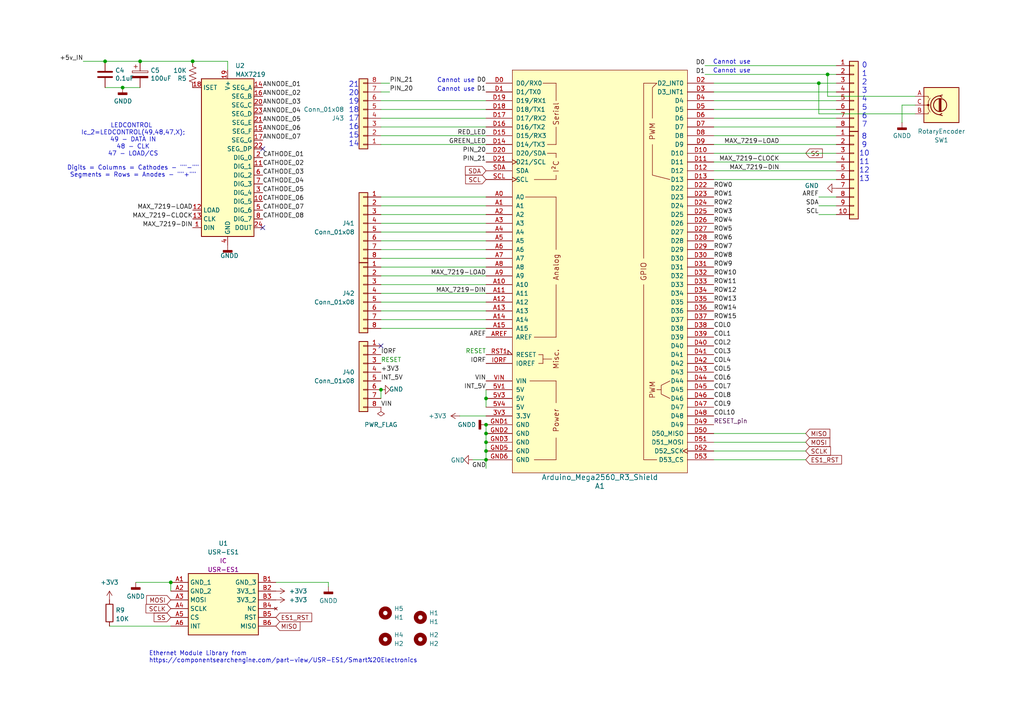
<source format=kicad_sch>
(kicad_sch (version 20250114) (generator "eeschema") (generator_version "9.0")
  (paper "A4")
  (title_block (date "2025-11-06"))
  (lib_symbols
    (symbol "Arduino_NW_Template-rescue:GND-power" (power) (pin_names (offset 0))
      (property "Value" "power_GND" (at 0 -3.81 0))
      (symbol "GND-power_0_1"
        (polyline (pts (xy 0 0) (xy 0 -1.27) (xy 1.27 -1.27) (xy 0 -2.54) (xy -1.27 -1.27) (xy 0 -1.27)))
      )
      (symbol "GND-power_1_1"
        (pin power_in line (at 0 0 270) (length 0) (hide yes) (name "GND") (number "1"))
      )
    )
    (symbol "Connector_Generic:Conn_01x08" (pin_names (offset 1.016) (hide yes))
      (property "Reference" "J" (at 0 10.16 0))
      (property "Value" "Conn_01x08" (at 0 -12.7 0))
      (symbol "Conn_01x08_1_1"
        (rectangle (start -1.27 8.89) (end 1.27 -11.43) (stroke (width 0.254)) (fill (type background)))
        (rectangle (start -1.27 7.747) (end 0 7.493) (stroke (width 0.1524)))
        (rectangle (start -1.27 5.207) (end 0 4.953) (stroke (width 0.1524)))
        (rectangle (start -1.27 2.667) (end 0 2.413) (stroke (width 0.1524)))
        (rectangle (start -1.27 0.127) (end 0 -0.127) (stroke (width 0.1524)))
        (rectangle (start -1.27 -2.413) (end 0 -2.667) (stroke (width 0.1524)))
        (rectangle (start -1.27 -4.953) (end 0 -5.207) (stroke (width 0.1524)))
        (rectangle (start -1.27 -7.493) (end 0 -7.747) (stroke (width 0.1524)))
        (rectangle (start -1.27 -10.033) (end 0 -10.287) (stroke (width 0.1524)))
        (pin passive line (at -5.08 7.62 0) (length 3.81) (name "Pin_1") (number "1"))
        (pin passive line (at -5.08 5.08 0) (length 3.81) (name "Pin_2") (number "2"))
        (pin passive line (at -5.08 2.54 0) (length 3.81) (name "Pin_3") (number "3"))
        (pin passive line (at -5.08 0 0) (length 3.81) (name "Pin_4") (number "4"))
        (pin passive line (at -5.08 -2.54 0) (length 3.81) (name "Pin_5") (number "5"))
        (pin passive line (at -5.08 -5.08 0) (length 3.81) (name "Pin_6") (number "6"))
        (pin passive line (at -5.08 -7.62 0) (length 3.81) (name "Pin_7") (number "7"))
        (pin passive line (at -5.08 -10.16 0) (length 3.81) (name "Pin_8") (number "8"))
      )
    )
    (symbol "Connector_Generic:Conn_01x10" (pin_names (offset 1.016) (hide yes))
      (property "Reference" "J" (at 0 12.7 0))
      (property "Value" "Conn_01x10" (at 0 -15.24 0))
      (symbol "Conn_01x10_1_1"
        (rectangle (start -1.27 11.43) (end 1.27 -13.97) (stroke (width 0.254)) (fill (type background)))
        (rectangle (start -1.27 10.287) (end 0 10.033) (stroke (width 0.1524)))
        (rectangle (start -1.27 7.747) (end 0 7.493) (stroke (width 0.1524)))
        (rectangle (start -1.27 5.207) (end 0 4.953) (stroke (width 0.1524)))
        (rectangle (start -1.27 2.667) (end 0 2.413) (stroke (width 0.1524)))
        (rectangle (start -1.27 0.127) (end 0 -0.127) (stroke (width 0.1524)))
        (rectangle (start -1.27 -2.413) (end 0 -2.667) (stroke (width 0.1524)))
        (rectangle (start -1.27 -4.953) (end 0 -5.207) (stroke (width 0.1524)))
        (rectangle (start -1.27 -7.493) (end 0 -7.747) (stroke (width 0.1524)))
        (rectangle (start -1.27 -10.033) (end 0 -10.287) (stroke (width 0.1524)))
        (rectangle (start -1.27 -12.573) (end 0 -12.827) (stroke (width 0.1524)))
        (pin passive line (at -5.08 10.16 0) (length 3.81) (name "Pin_1") (number "1"))
        (pin passive line (at -5.08 7.62 0) (length 3.81) (name "Pin_2") (number "2"))
        (pin passive line (at -5.08 5.08 0) (length 3.81) (name "Pin_3") (number "3"))
        (pin passive line (at -5.08 2.54 0) (length 3.81) (name "Pin_4") (number "4"))
        (pin passive line (at -5.08 0 0) (length 3.81) (name "Pin_5") (number "5"))
        (pin passive line (at -5.08 -2.54 0) (length 3.81) (name "Pin_6") (number "6"))
        (pin passive line (at -5.08 -5.08 0) (length 3.81) (name "Pin_7") (number "7"))
        (pin passive line (at -5.08 -7.62 0) (length 3.81) (name "Pin_8") (number "8"))
        (pin passive line (at -5.08 -10.16 0) (length 3.81) (name "Pin_9") (number "9"))
        (pin passive line (at -5.08 -12.7 0) (length 3.81) (name "Pin_10") (number "10"))
      )
    )
    (symbol "Device:C" (pin_numbers (hide yes)) (pin_names (offset 0.254))
      (property "Reference" "C" (at 0.635 2.54 0))
      (property "Value" "C" (at 0.635 -2.54 0))
      (symbol "C_0_1"
        (polyline (pts (xy -2.032 0.762) (xy 2.032 0.762)) (stroke (width 0.508)))
        (polyline (pts (xy -2.032 -0.762) (xy 2.032 -0.762)) (stroke (width 0.508)))
      )
      (symbol "C_1_1"
        (pin passive line (at 0 3.81 270) (length 2.794) (name "~") (number "1"))
        (pin passive line (at 0 -3.81 90) (length 2.794) (name "~") (number "2"))
      )
    )
    (symbol "Device:CP" (pin_numbers (hide yes)) (pin_names (offset 0.254))
      (property "Reference" "C" (at 0.635 2.54 0))
      (property "Value" "Device_CP" (at 0.635 -2.54 0))
      (symbol "CP_0_1"
        (rectangle (start -2.286 0.508) (end 2.286 1.016))
        (polyline (pts (xy -1.778 2.286) (xy -0.762 2.286)))
        (polyline (pts (xy -1.27 2.794) (xy -1.27 1.778)))
        (rectangle (start 2.286 -0.508) (end -2.286 -1.016) (fill (type outline)))
      )
      (symbol "CP_1_1"
        (pin passive line (at 0 3.81 270) (length 2.794) (name "~") (number "1"))
        (pin passive line (at 0 -3.81 90) (length 2.794) (name "~") (number "2"))
      )
    )
    (symbol "Device:R" (pin_numbers (hide yes)) (pin_names (offset 0))
      (property "Reference" "R" (at 2.032 0 90))
      (property "Value" "R" (at 0 0 90))
      (symbol "R_0_1"
        (rectangle (start -1.016 -2.54) (end 1.016 2.54) (stroke (width 0.254)))
      )
      (symbol "R_1_1"
        (pin passive line (at 0 3.81 270) (length 1.27) (name "~") (number "1"))
        (pin passive line (at 0 -3.81 90) (length 1.27) (name "~") (number "2"))
      )
    )
    (symbol "Device:R_US" (pin_numbers (hide yes)) (pin_names (offset 0))
      (property "Reference" "R" (at 2.54 0 90))
      (property "Value" "R_US" (at -2.54 0 90))
      (symbol "R_US_0_1"
        (polyline (pts (xy 0 2.286) (xy 0 2.54)))
        (polyline (pts (xy 0 2.286) (xy 1.016 1.905) (xy 0 1.524) (xy -1.016 1.143) (xy 0 0.762)))
        (polyline (pts (xy 0 0.762) (xy 1.016 0.381) (xy 0 0) (xy -1.016 -0.381) (xy 0 -0.762)))
        (polyline (pts (xy 0 -0.762) (xy 1.016 -1.143) (xy 0 -1.524) (xy -1.016 -1.905) (xy 0 -2.286)))
        (polyline (pts (xy 0 -2.286) (xy 0 -2.54)))
      )
      (symbol "R_US_1_1"
        (pin passive line (at 0 3.81 270) (length 1.27) (name "~") (number "1"))
        (pin passive line (at 0 -3.81 90) (length 1.27) (name "~") (number "2"))
      )
    )
    (symbol "Device:RotaryEncoder" (pin_names (offset 0.254) (hide yes))
      (property "Reference" "SW" (at 0 6.604 0))
      (property "Value" "RotaryEncoder" (at 0 -6.604 0))
      (symbol "RotaryEncoder_0_1"
        (rectangle (start -5.08 5.08) (end 5.08 -5.08) (stroke (width 0.254)) (fill (type background)))
        (polyline (pts (xy -5.08 2.54) (xy -3.81 2.54) (xy -3.81 2.032)))
        (polyline (pts (xy -5.08 0) (xy -3.81 0) (xy -3.81 -1.016) (xy -3.302 -2.032)))
        (polyline (pts (xy -5.08 -2.54) (xy -3.81 -2.54) (xy -3.81 -2.032)))
        (polyline (pts (xy -4.318 0) (xy -3.81 0) (xy -3.81 1.016) (xy -3.302 2.032)))
        (circle (center -3.81 0) (radius 0.254) (fill (type outline)))
        (polyline (pts (xy -0.635 -1.778) (xy -0.635 1.778)) (stroke (width 0.254)))
        (circle (center -0.381 0) (radius 1.905) (stroke (width 0.254)))
        (polyline (pts (xy -0.381 -1.778) (xy -0.381 1.778)) (stroke (width 0.254)))
        (arc (start -0.381 -2.794) (mid -3.0988 -0.0635) (end -0.381 2.667) (stroke (width 0.254)))
        (polyline (pts (xy -0.127 1.778) (xy -0.127 -1.778)) (stroke (width 0.254)))
        (polyline (pts (xy 0.254 2.921) (xy -0.508 2.667) (xy 0.127 2.286)) (stroke (width 0.254)))
        (polyline (pts (xy 0.254 -3.048) (xy -0.508 -2.794) (xy 0.127 -2.413)) (stroke (width 0.254)))
      )
      (symbol "RotaryEncoder_1_1"
        (pin passive line (at -7.62 2.54 0) (length 2.54) (name "A") (number "A"))
        (pin passive line (at -7.62 0 0) (length 2.54) (name "C") (number "C"))
        (pin passive line (at -7.62 -2.54 0) (length 2.54) (name "B") (number "B"))
      )
    )
    (symbol "Driver_LED:MAX7219"
      (property "Reference" "U" (at -6.35 24.13 0))
      (property "Value" "MAX7219" (at 1.27 25.4 0))
      (symbol "MAX7219_0_1"
        (rectangle (start -7.62 22.86) (end 7.62 -22.86) (stroke (width 0.254)) (fill (type background)))
      )
      (symbol "MAX7219_1_1"
        (pin input line (at -10.16 20.32 0) (length 2.54) (name "ISET") (number "18"))
        (pin input line (at -10.16 -15.24 0) (length 2.54) (name "LOAD") (number "12"))
        (pin input line (at -10.16 -17.78 0) (length 2.54) (name "CLK") (number "13"))
        (pin input line (at -10.16 -20.32 0) (length 2.54) (name "DIN") (number "1"))
        (pin power_in line (at 0 25.4 270) (length 2.54) (name "V+") (number "19"))
        (pin power_in line (at 0 -25.4 90) (length 2.54) (name "GND") (number "4"))
        (pin passive line (at 0 -25.4 90) (length 2.54) (hide yes) (name "GND") (number "9"))
        (pin output line (at 10.16 20.32 180) (length 2.54) (name "SEG_A") (number "14"))
        (pin output line (at 10.16 17.78 180) (length 2.54) (name "SEG_B") (number "16"))
        (pin output line (at 10.16 15.24 180) (length 2.54) (name "SEG_C") (number "20"))
        (pin output line (at 10.16 12.7 180) (length 2.54) (name "SEG_D") (number "23"))
        (pin output line (at 10.16 10.16 180) (length 2.54) (name "SEG_E") (number "21"))
        (pin output line (at 10.16 7.62 180) (length 2.54) (name "SEG_F") (number "15"))
        (pin output line (at 10.16 5.08 180) (length 2.54) (name "SEG_G") (number "17"))
        (pin output line (at 10.16 2.54 180) (length 2.54) (name "SEG_DP") (number "22"))
        (pin output line (at 10.16 0 180) (length 2.54) (name "DIG_0") (number "2"))
        (pin output line (at 10.16 -2.54 180) (length 2.54) (name "DIG_1") (number "11"))
        (pin output line (at 10.16 -5.08 180) (length 2.54) (name "DIG_2") (number "6"))
        (pin output line (at 10.16 -7.62 180) (length 2.54) (name "DIG_3") (number "7"))
        (pin output line (at 10.16 -10.16 180) (length 2.54) (name "DIG_4") (number "3"))
        (pin output line (at 10.16 -12.7 180) (length 2.54) (name "DIG_5") (number "10"))
        (pin output line (at 10.16 -15.24 180) (length 2.54) (name "DIG_6") (number "5"))
        (pin output line (at 10.16 -17.78 180) (length 2.54) (name "DIG_7") (number "8"))
        (pin output line (at 10.16 -20.32 180) (length 2.54) (name "DOUT") (number "24"))
      )
    )
    (symbol "GNDD_1" (power) (pin_numbers (hide yes)) (pin_names (offset 0) (hide yes))
      (property "Value" "GNDD" (at 0 -3.175 0))
      (symbol "GNDD_1_0_1"
        (rectangle (start -1.27 -1.524) (end 1.27 -2.032) (stroke (width 0.254)) (fill (type outline)))
        (polyline (pts (xy 0 0) (xy 0 -1.524)))
      )
      (symbol "GNDD_1_1_1"
        (pin power_in line (at 0 0 270) (length 0) (name "~") (number "1"))
      )
    )
    (symbol "Mechanical:MountingHole" (pin_names (offset 1.016))
      (property "Reference" "H" (at 0 5.08 0))
      (property "Value" "MountingHole" (at 0 3.175 0))
      (symbol "MountingHole_0_1"
        (circle (center 0 0) (radius 1.27) (stroke (width 1.27)))
      )
    )
    (symbol "USR-ES1:USR-ES1"
      (property "Reference" "U1" (at 15.24 11.3136 0))
      (property "Value" "USR-ES1" (at 15.24 8.7767 0))
      (property "Reference_1" "IC" (at 15.24 6.2398 0))
      (property "Value_1" "USR-ES1" (at 15.24 3.7029 0))
      (symbol "USR-ES1_1_1"
        (rectangle (start 5.08 2.54) (end 25.4 -15.24) (stroke (width 0.254)) (fill (type background)))
        (pin passive line (at 0 0 0) (length 5.08) (name "GND_1") (number "A1"))
        (pin passive line (at 0 -2.54 0) (length 5.08) (name "GND_2") (number "A2"))
        (pin passive line (at 0 -5.08 0) (length 5.08) (name "MOSI") (number "A3"))
        (pin passive line (at 0 -7.62 0) (length 5.08) (name "SCLK") (number "A4"))
        (pin passive line (at 0 -10.16 0) (length 5.08) (name "CS") (number "A5"))
        (pin passive line (at 0 -12.7 0) (length 5.08) (name "INT") (number "A6"))
        (pin passive line (at 30.48 0 180) (length 5.08) (name "GND_3") (number "B1"))
        (pin power_in line (at 30.48 -2.54 180) (length 5.08) (name "3V3_1") (number "B2"))
        (pin power_in line (at 30.48 -5.08 180) (length 5.08) (name "3V3_2") (number "B3"))
        (pin no_connect line (at 30.48 -7.62 180) (length 5.08) (name "NC") (number "B4"))
        (pin passive line (at 30.48 -10.16 180) (length 5.08) (name "RST") (number "B5"))
        (pin passive line (at 30.48 -12.7 180) (length 5.08) (name "MISO") (number "B6"))
      )
    )
    (symbol "arduino-library:Arduino_Mega2560_R3_Shield" (pin_names (offset 1.016))
      (property "Reference" "A1" (at 0 -62.23 0))
      (property "Value" "Arduino_Mega2560_R3_Shield" (at 0 -59.69 0))
      (symbol "Arduino_Mega2560_R3_Shield_0_0"
        (rectangle (start -25.4 -58.42) (end 25.4 58.42) (fill (type background)))
        (polyline (pts (xy -21.59 21.59) (xy -12.7 21.59)))
        (rectangle (start -20.32 -31.75) (end -12.7 -31.75))
        (rectangle (start -19.05 26.67) (end -12.7 26.67))
        (rectangle (start -19.05 -19.05) (end -12.7 -19.05))
        (rectangle (start -19.05 -54.61) (end -12.7 -54.61))
        (rectangle (start -17.78 -24.13) (end -16.51 -24.13))
        (rectangle (start -17.78 -26.67) (end -16.51 -26.67))
        (rectangle (start -16.51 54.61) (end -12.7 54.61))
        (rectangle (start -16.51 -24.13) (end -16.51 -26.67))
        (rectangle (start -16.51 -25.4) (end -13.97 -25.4))
        (rectangle (start -15.24 36.83) (end -12.7 36.83))
        (rectangle (start -15.24 34.29) (end -12.7 34.29))
        (rectangle (start -12.7 49.53) (end -12.7 54.61))
        (rectangle (start -12.7 41.91) (end -12.7 36.83))
        (rectangle (start -12.7 34.29) (end -12.7 33.02))
        (rectangle (start -12.7 26.67) (end -12.7 27.94))
        (polyline (pts (xy -12.7 6.35) (xy -12.7 21.59)))
        (polyline (pts (xy -12.7 -19.05) (xy -12.7 -3.81)))
        (rectangle (start -12.7 -31.75) (end -12.7 -38.1))
        (rectangle (start -12.7 -54.61) (end -12.7 -48.26))
        (polyline (pts (xy 12.7 54.61) (xy 16.51 54.61)))
        (polyline (pts (xy 12.7 -54.61) (xy 16.51 -54.61)))
        (polyline (pts (xy 15.24 44.45) (xy 15.24 53.34) (xy 16.51 54.61)))
        (polyline (pts (xy 15.24 36.83) (xy 15.24 27.94) (xy 20.32 26.67)))
        (polyline (pts (xy 17.78 -34.29) (xy 16.51 -34.29)))
        (polyline (pts (xy 20.32 -31.75) (xy 17.78 -33.02) (xy 17.78 -35.56) (xy 20.32 -36.83)))
        (text "Serial" (at -12.7 45.72 900) (effects (font (size 1.524 1.524))))
        (text "I²C" (at -12.7 30.48 900) (effects (font (size 1.524 1.524))))
        (text "Analog" (at -12.7 1.27 900) (effects (font (size 1.524 1.524))))
        (text "Misc." (at -12.7 -25.4 900) (effects (font (size 1.524 1.524))))
        (text "Power" (at -12.7 -43.18 900) (effects (font (size 1.524 1.524))))
        (text "PWM" (at 15.24 40.64 900) (effects (font (size 1.524 1.524))))
        (text "PWM" (at 15.24 -34.29 900) (effects (font (size 1.524 1.524))))
      )
      (symbol "Arduino_Mega2560_R3_Shield_1_0"
        (rectangle (start 12.7 54.61) (end 12.7 3.81))
        (rectangle (start 12.7 -54.61) (end 12.7 -3.81))
        (text "GPIO" (at 12.7 0 900) (effects (font (size 1.524 1.524))))
      )
      (symbol "Arduino_Mega2560_R3_Shield_1_1"
        (pin bidirectional line (at -33.02 54.61 0) (length 7.62) (name "D0/RX0") (number "D0"))
        (pin bidirectional line (at -33.02 52.07 0) (length 7.62) (name "D1/TX0") (number "D1"))
        (pin bidirectional line (at -33.02 49.53 0) (length 7.62) (name "D19/RX1") (number "D19"))
        (pin bidirectional line (at -33.02 46.99 0) (length 7.62) (name "D18/TX1") (number "D18"))
        (pin bidirectional line (at -33.02 44.45 0) (length 7.62) (name "D17/RX2") (number "D17"))
        (pin bidirectional line (at -33.02 41.91 0) (length 7.62) (name "D16/TX2") (number "D16"))
        (pin bidirectional line (at -33.02 39.37 0) (length 7.62) (name "D15/RX3") (number "D15"))
        (pin bidirectional line (at -33.02 36.83 0) (length 7.62) (name "D14/TX3") (number "D14"))
        (pin bidirectional line (at -33.02 34.29 0) (length 7.62) (name "D20/SDA") (number "D20"))
        (pin bidirectional clock (at -33.02 31.75 0) (length 7.62) (name "D21/SCL") (number "D21"))
        (pin bidirectional line (at -33.02 29.21 0) (length 7.62) (name "SDA") (number "SDA"))
        (pin bidirectional clock (at -33.02 26.67 0) (length 7.62) (name "SCL") (number "SCL"))
        (pin bidirectional line (at -33.02 21.59 0) (length 7.62) (name "A0") (number "A0"))
        (pin bidirectional line (at -33.02 19.05 0) (length 7.62) (name "A1") (number "A1"))
        (pin bidirectional line (at -33.02 16.51 0) (length 7.62) (name "A2") (number "A2"))
        (pin bidirectional line (at -33.02 13.97 0) (length 7.62) (name "A3") (number "A3"))
        (pin bidirectional line (at -33.02 11.43 0) (length 7.62) (name "A4") (number "A4"))
        (pin bidirectional line (at -33.02 8.89 0) (length 7.62) (name "A5") (number "A5"))
        (pin bidirectional line (at -33.02 6.35 0) (length 7.62) (name "A6") (number "A6"))
        (pin bidirectional line (at -33.02 3.81 0) (length 7.62) (name "A7") (number "A7"))
        (pin bidirectional line (at -33.02 1.27 0) (length 7.62) (name "A8") (number "A8"))
        (pin bidirectional line (at -33.02 -1.27 0) (length 7.62) (name "A9") (number "A9"))
        (pin bidirectional line (at -33.02 -3.81 0) (length 7.62) (name "A10") (number "A10"))
        (pin bidirectional line (at -33.02 -6.35 0) (length 7.62) (name "A11") (number "A11"))
        (pin bidirectional line (at -33.02 -8.89 0) (length 7.62) (name "A12") (number "A12"))
        (pin bidirectional line (at -33.02 -11.43 0) (length 7.62) (name "A13") (number "A13"))
        (pin bidirectional line (at -33.02 -13.97 0) (length 7.62) (name "A14") (number "A14"))
        (pin bidirectional line (at -33.02 -16.51 0) (length 7.62) (name "A15") (number "A15"))
        (pin input line (at -33.02 -19.05 0) (length 7.62) (name "AREF") (number "AREF"))
        (pin open_collector input_low (at -33.02 -24.13 0) (length 7.62) (name "RESET") (number "RST1"))
        (pin output line (at -33.02 -26.67 0) (length 7.62) (name "IOREF") (number "IORF"))
        (pin power_in line (at -33.02 -31.75 0) (length 7.62) (name "VIN") (number "VIN"))
        (pin power_in line (at -33.02 -34.29 0) (length 7.62) (name "5V") (number "5V1"))
        (pin power_in line (at -33.02 -36.83 0) (length 7.62) (name "5V") (number "5V3"))
        (pin power_in line (at -33.02 -39.37 0) (length 7.62) (name "5V") (number "5V4"))
        (pin power_out line (at -33.02 -41.91 0) (length 7.62) (name "3.3V") (number "3V3"))
        (pin power_in line (at -33.02 -44.45 0) (length 7.62) (name "GND") (number "GND1"))
        (pin power_in line (at -33.02 -46.99 0) (length 7.62) (name "GND") (number "GND2"))
        (pin power_in line (at -33.02 -49.53 0) (length 7.62) (name "GND") (number "GND3"))
        (pin power_in line (at -33.02 -52.07 0) (length 7.62) (name "GND") (number "GND5"))
        (pin power_in line (at -33.02 -54.61 0) (length 7.62) (name "GND") (number "GND6"))
        (pin bidirectional line (at 33.02 54.61 180) (length 7.62) (name "D2_INT0") (number "D2"))
        (pin bidirectional line (at 33.02 52.07 180) (length 7.62) (name "D3_INT1") (number "D3"))
        (pin bidirectional line (at 33.02 49.53 180) (length 7.62) (name "D4") (number "D4"))
        (pin bidirectional line (at 33.02 46.99 180) (length 7.62) (name "D5") (number "D5"))
        (pin bidirectional line (at 33.02 44.45 180) (length 7.62) (name "D6") (number "D6"))
        (pin bidirectional line (at 33.02 41.91 180) (length 7.62) (name "D7") (number "D7"))
        (pin bidirectional line (at 33.02 39.37 180) (length 7.62) (name "D8") (number "D8"))
        (pin bidirectional line (at 33.02 36.83 180) (length 7.62) (name "D9") (number "D9"))
        (pin bidirectional line (at 33.02 34.29 180) (length 7.62) (name "D10") (number "D10"))
        (pin bidirectional line (at 33.02 31.75 180) (length 7.62) (name "D11") (number "D11"))
        (pin bidirectional line (at 33.02 29.21 180) (length 7.62) (name "D12") (number "D12"))
        (pin bidirectional line (at 33.02 26.67 180) (length 7.62) (name "D13") (number "D13"))
        (pin bidirectional line (at 33.02 24.13 180) (length 7.62) (name "D22") (number "D22"))
        (pin bidirectional line (at 33.02 21.59 180) (length 7.62) (name "D23") (number "D23"))
        (pin bidirectional line (at 33.02 19.05 180) (length 7.62) (name "D24") (number "D24"))
        (pin bidirectional line (at 33.02 16.51 180) (length 7.62) (name "D25") (number "D25"))
        (pin bidirectional line (at 33.02 13.97 180) (length 7.62) (name "D26") (number "D26"))
        (pin bidirectional line (at 33.02 11.43 180) (length 7.62) (name "D27") (number "D27"))
        (pin bidirectional line (at 33.02 8.89 180) (length 7.62) (name "D28") (number "D28"))
        (pin bidirectional line (at 33.02 6.35 180) (length 7.62) (name "D29") (number "D29"))
        (pin bidirectional line (at 33.02 3.81 180) (length 7.62) (name "D30") (number "D30"))
        (pin bidirectional line (at 33.02 1.27 180) (length 7.62) (name "D31") (number "D31"))
        (pin bidirectional line (at 33.02 -1.27 180) (length 7.62) (name "D32") (number "D32"))
        (pin bidirectional line (at 33.02 -3.81 180) (length 7.62) (name "D33") (number "D33"))
        (pin bidirectional line (at 33.02 -6.35 180) (length 7.62) (name "D34") (number "D34"))
        (pin bidirectional line (at 33.02 -8.89 180) (length 7.62) (name "D35") (number "D35"))
        (pin bidirectional line (at 33.02 -11.43 180) (length 7.62) (name "D36") (number "D36"))
        (pin bidirectional line (at 33.02 -13.97 180) (length 7.62) (name "D37") (number "D37"))
        (pin bidirectional line (at 33.02 -16.51 180) (length 7.62) (name "D38") (number "D38"))
        (pin bidirectional line (at 33.02 -19.05 180) (length 7.62) (name "D39") (number "D39"))
        (pin bidirectional line (at 33.02 -21.59 180) (length 7.62) (name "D40") (number "D40"))
        (pin bidirectional line (at 33.02 -24.13 180) (length 7.62) (name "D41") (number "D41"))
        (pin bidirectional line (at 33.02 -26.67 180) (length 7.62) (name "D42") (number "D42"))
        (pin bidirectional line (at 33.02 -29.21 180) (length 7.62) (name "D43") (number "D43"))
        (pin bidirectional line (at 33.02 -31.75 180) (length 7.62) (name "D44") (number "D44"))
        (pin bidirectional line (at 33.02 -34.29 180) (length 7.62) (name "D45") (number "D45"))
        (pin bidirectional line (at 33.02 -36.83 180) (length 7.62) (name "D46") (number "D46"))
        (pin bidirectional line (at 33.02 -39.37 180) (length 7.62) (name "D47") (number "D47"))
        (pin bidirectional line (at 33.02 -41.91 180) (length 7.62) (name "D48") (number "D48"))
        (pin bidirectional line (at 33.02 -44.45 180) (length 7.62) (name "D49") (number "D49"))
        (pin bidirectional line (at 33.02 -46.99 180) (length 7.62) (name "D50_MISO") (number "D50"))
        (pin bidirectional line (at 33.02 -49.53 180) (length 7.62) (name "D51_MOSI") (number "D51"))
        (pin bidirectional clock (at 33.02 -52.07 180) (length 7.62) (name "D52_SCK") (number "D52"))
        (pin bidirectional line (at 33.02 -54.61 180) (length 7.62) (name "D53_CS") (number "D53"))
      )
    )
    (symbol "power:+3V3" (power) (pin_names (offset 0))
      (property "Value" "+3V3" (at 0 3.556 0))
      (symbol "+3V3_0_1"
        (polyline (pts (xy -0.762 1.27) (xy 0 2.54)))
        (polyline (pts (xy 0 2.54) (xy 0.762 1.27)))
        (polyline (pts (xy 0 0) (xy 0 2.54)))
      )
      (symbol "+3V3_1_1"
        (pin power_in line (at 0 0 90) (length 0) (hide yes) (name "+3V3") (number "1"))
      )
    )
    (symbol "power:GNDD" (power) (pin_names (offset 0))
      (property "Value" "GNDD" (at 0 -3.175 0))
      (symbol "GNDD_0_1"
        (rectangle (start -1.27 -1.524) (end 1.27 -2.032) (stroke (width 0.254)) (fill (type outline)))
        (polyline (pts (xy 0 0) (xy 0 -1.524)))
      )
      (symbol "GNDD_1_1"
        (pin power_in line (at 0 0 270) (length 0) (hide yes) (name "GNDD") (number "1"))
      )
    )
    (symbol "power:PWR_FLAG" (power) (pin_numbers (hide yes)) (pin_names (offset 0) (hide yes))
      (property "Value" "PWR_FLAG" (at 0 3.81 0))
      (symbol "PWR_FLAG_0_0"
        (pin power_out line (at 0 0 90) (length 0) (name "~") (number "1"))
      )
      (symbol "PWR_FLAG_0_1"
        (polyline (pts (xy 0 0) (xy 0 1.27) (xy -1.016 1.905) (xy 0 2.54) (xy 1.016 1.905) (xy 0 1.27)))
      )
    )
  )
  (text "Ethernet Module Library from \nhttps://componentsearchengine.com/part-view/USR-ES1/Smart%20Electronics" (at 43.18 192.405 0) (effects (font (size 1.27 1.27)) (justify left bottom)))
  (text "LEDCONTROL \nIc_2=LEDCONTROL(49,48,47,X);\n49 - DATA IN\n48 - CLK\n47 - LOAD/CS\n\nDigits = Columns = Cathodes - \"\"-\"\"\nSegments = Rows = Anodes - \"\"+\"\"" (at 38.608 51.562 0) (effects (font (size 1.27 1.27)) (justify bottom)))
  (text "Cannot use" (at 126.746 24.13 0) (effects (font (size 1.27 1.27)) (justify left bottom)))
  (text "Cannot use" (at 206.756 18.796 0) (effects (font (size 1.27 1.27)) (justify left bottom)))
  (text "0\n1\n2\n3\n4\n5\n6\n7" (at 249.936 37.084 0) (effects (font (size 1.524 1.524)) (justify left bottom)))
  (text "LEDCONTROL \nIc_2=LEDCONTROL(49,48,47,X);\n49 - DATA IN\n48 - CLK\n47 - LOAD/CS\n\nDigits = Columns = Cathodes - \"\"-\"\"\nSegments = Rows = Anodes - \"\"+\"\"" (at -38.1 166.116 0) (effects (font (size 1.27 1.27)) (justify bottom)))
  (text "Cannot use" (at 206.756 21.336 0) (effects (font (size 1.27 1.27)) (justify left bottom)))
  (text "Cannot use" (at 126.746 26.67 0) (effects (font (size 1.27 1.27)) (justify left bottom)))
  (text "21\n20\n19\n18\n17\n16\n15\n14" (at 101.092 42.672 0) (effects (font (size 1.524 1.524)) (justify left bottom)))
  (text "8\n9\n10\n11\n12\n13\n" (at 250.698 52.832 0) (effects (font (size 1.524 1.524)) (justify bottom)))
  (junction (at 237.49 24.13))
  (junction (at 140.97 123.19))
  (junction (at 140.97 128.27))
  (junction (at 55.88 17.78))
  (junction (at 140.97 133.35))
  (junction (at 30.48 17.78))
  (junction (at 140.97 130.81))
  (junction (at 40.64 17.78))
  (junction (at 49.53 168.91))
  (junction (at 110.49 113.03))
  (junction (at 35.56 25.4))
  (junction (at 140.97 125.73))
  (junction (at 140.97 115.57))
  (junction (at 240.03 21.59))
  (no_connect (at 76.2 66.04))
  (no_connect (at 110.49 100.33))
  (no_connect (at 76.2 43.18))
  (wire (pts (xy 207.01 41.91) (xy 242.57 41.91)))
  (wire (pts (xy 140.97 125.73) (xy 140.97 128.27)))
  (wire (pts (xy 207.01 36.83) (xy 242.57 36.83)))
  (wire (pts (xy 55.88 17.78) (xy 66.04 17.78)))
  (wire (pts (xy 110.49 34.29) (xy 140.97 34.29)))
  (wire (pts (xy 265.43 27.94) (xy 240.03 27.94)))
  (wire (pts (xy 110.49 90.17) (xy 140.97 90.17)))
  (wire (pts (xy 207.01 52.07) (xy 242.57 52.07)))
  (wire (pts (xy 207.01 44.45) (xy 242.57 44.45)))
  (wire (pts (xy 110.49 64.77) (xy 140.97 64.77)))
  (wire (pts (xy 110.49 36.83) (xy 140.97 36.83)))
  (wire (pts (xy 30.48 17.78) (xy 40.64 17.78)))
  (wire (pts (xy 140.97 113.03) (xy 140.97 115.57)))
  (wire (pts (xy 137.16 133.35) (xy 140.97 133.35)))
  (wire (pts (xy 240.03 21.59) (xy 242.57 21.59)))
  (wire (pts (xy 40.64 17.78) (xy 55.88 17.78)))
  (wire (pts (xy 237.49 59.69) (xy 242.57 59.69)))
  (wire (pts (xy 110.49 59.69) (xy 140.97 59.69)))
  (wire (pts (xy 110.49 80.01) (xy 140.97 80.01)))
  (wire (pts (xy 265.43 30.48) (xy 261.62 30.48)))
  (wire (pts (xy 207.01 31.75) (xy 242.57 31.75)))
  (wire (pts (xy 233.68 125.73) (xy 207.01 125.73)))
  (wire (pts (xy 110.49 62.23) (xy 140.97 62.23)))
  (wire (pts (xy 113.03 24.13) (xy 110.49 24.13)))
  (wire (pts (xy 140.97 135.89) (xy 140.97 133.35)))
  (wire (pts (xy 237.49 57.15) (xy 242.57 57.15)))
  (wire (pts (xy 110.49 41.91) (xy 140.97 41.91)))
  (wire (pts (xy 110.49 113.03) (xy 110.49 115.57)))
  (wire (pts (xy 110.49 69.85) (xy 140.97 69.85)))
  (wire (pts (xy 140.97 128.27) (xy 140.97 130.81)))
  (wire (pts (xy 204.47 21.59) (xy 240.03 21.59)))
  (wire (pts (xy 207.01 24.13) (xy 237.49 24.13)))
  (wire (pts (xy 140.97 130.81) (xy 140.97 133.35)))
  (wire (pts (xy 110.49 74.93) (xy 140.97 74.93)))
  (wire (pts (xy 110.49 26.67) (xy 113.03 26.67)))
  (wire (pts (xy 233.68 128.27) (xy 207.01 128.27)))
  (wire (pts (xy 207.01 34.29) (xy 242.57 34.29)))
  (wire (pts (xy 35.56 25.4) (xy 40.64 25.4)))
  (wire (pts (xy 110.49 67.31) (xy 140.97 67.31)))
  (wire (pts (xy 140.97 123.19) (xy 140.97 125.73)))
  (wire (pts (xy 110.49 72.39) (xy 140.97 72.39)))
  (wire (pts (xy 110.49 87.63) (xy 140.97 87.63)))
  (wire (pts (xy 95.25 168.91) (xy 95.25 170.18)))
  (wire (pts (xy 140.97 115.57) (xy 140.97 118.11)))
  (wire (pts (xy 204.47 19.05) (xy 242.57 19.05)))
  (wire (pts (xy 207.01 49.53) (xy 242.57 49.53)))
  (wire (pts (xy 31.75 181.61) (xy 49.53 181.61)))
  (wire (pts (xy 207.01 39.37) (xy 242.57 39.37)))
  (wire (pts (xy 39.37 168.91) (xy 49.53 168.91)))
  (wire (pts (xy 110.49 57.15) (xy 140.97 57.15)))
  (wire (pts (xy 233.68 133.35) (xy 207.01 133.35)))
  (wire (pts (xy 110.49 29.21) (xy 140.97 29.21)))
  (wire (pts (xy 110.49 77.47) (xy 140.97 77.47)))
  (wire (pts (xy 110.49 95.25) (xy 140.97 95.25)))
  (wire (pts (xy 133.35 120.65) (xy 140.97 120.65)))
  (wire (pts (xy 237.49 33.02) (xy 237.49 24.13)))
  (wire (pts (xy 110.49 92.71) (xy 140.97 92.71)))
  (wire (pts (xy 30.48 25.4) (xy 35.56 25.4)))
  (wire (pts (xy 261.62 30.48) (xy 261.62 35.56)))
  (wire (pts (xy 110.49 31.75) (xy 140.97 31.75)))
  (wire (pts (xy 110.49 82.55) (xy 140.97 82.55)))
  (wire (pts (xy 207.01 26.67) (xy 242.57 26.67)))
  (wire (pts (xy 110.49 39.37) (xy 140.97 39.37)))
  (wire (pts (xy 110.49 85.09) (xy 140.97 85.09)))
  (wire (pts (xy 207.01 46.99) (xy 242.57 46.99)))
  (wire (pts (xy 80.01 168.91) (xy 95.25 168.91)))
  (wire (pts (xy 49.53 168.91) (xy 49.53 171.45)))
  (wire (pts (xy 24.13 17.78) (xy 30.48 17.78)))
  (wire (pts (xy 240.03 27.94) (xy 240.03 21.59)))
  (wire (pts (xy 66.04 20.32) (xy 66.04 17.78)))
  (wire (pts (xy 265.43 33.02) (xy 237.49 33.02)))
  (wire (pts (xy 233.68 130.81) (xy 207.01 130.81)))
  (wire (pts (xy 237.49 62.23) (xy 242.57 62.23)))
  (wire (pts (xy 207.01 29.21) (xy 242.57 29.21)))
  (wire (pts (xy 237.49 24.13) (xy 242.57 24.13)))
  (image (at -60.198 193.294))
  (label "MAX_7219-LOAD" (at 55.88 60.96 180))
  (label "CATHODE_02" (at 76.2 48.26 0))
  (label "IORF" (at 110.49 102.87 0))
  (label "VIN" (at 140.97 110.49 180))
  (label "ROW14" (at 207.01 90.17 0))
  (label "PIN_20" (at 113.03 26.67 0))
  (label "RED_LED" (at 140.97 39.37 180))
  (label "ROW3" (at 207.01 62.23 0))
  (label "PIN_21" (at 140.97 46.99 180))
  (label "INT_5V" (at 110.49 110.49 0))
  (label "ROW13" (at 207.01 87.63 0))
  (label "D0" (at 140.97 24.13 180))
  (label "COL3" (at 207.01 102.87 0))
  (label "COL5" (at 207.01 107.95 0))
  (label "ROW6" (at 207.01 69.85 0))
  (label "CATHODE_06" (at 76.2 58.42 0))
  (label "ANNODE_04" (at 76.2 33.02 0))
  (label "ANNODE_02" (at 76.2 27.94 0))
  (label "COL10" (at 207.01 120.65 0))
  (label "VIN" (at 110.49 118.11 0))
  (label "PIN_21" (at 113.03 24.13 0))
  (label "ANNODE_05" (at 76.2 35.56 0))
  (label "ROW15" (at 207.01 92.71 0))
  (label "CATHODE_05" (at 76.2 55.88 0))
  (label "ROW12" (at 207.01 85.09 0))
  (label "+3V3" (at 110.49 107.95 0))
  (label "MAX_7219-DIN" (at 226.06 49.53 180))
  (label "SCL" (at 237.49 62.23 180))
  (label "AREF" (at 140.97 97.79 180))
  (label "ROW0" (at 207.01 54.61 0))
  (label "PIN_20" (at 140.97 44.45 180))
  (label "MAX_7219-CLOCK" (at 226.06 46.99 180))
  (label "MAX_7219-LOAD" (at 226.06 41.91 180))
  (label "ROW10" (at 207.01 80.01 0))
  (label "IORF" (at 140.97 105.41 180))
  (label "ROW11" (at 207.01 82.55 0))
  (label "GND" (at 140.97 135.89 180))
  (label "GREEN_LED" (at 140.97 41.91 180))
  (label "COL8" (at 207.01 115.57 0))
  (label "ANNODE_03" (at 76.2 30.48 0))
  (label "CATHODE_03" (at 76.2 50.8 0))
  (label "AREF" (at 237.49 57.15 180))
  (label "ROW9" (at 207.01 77.47 0))
  (label "CATHODE_01" (at 76.2 45.72 0))
  (label "D1" (at 204.47 21.59 180))
  (label "D1" (at 140.97 26.67 180))
  (label "MAX_7219-LOAD" (at 140.97 80.01 180))
  (label "COL4" (at 207.01 105.41 0))
  (label "ROW7" (at 207.01 72.39 0))
  (label "ANNODE_01" (at 76.2 25.4 0))
  (label "ROW5" (at 207.01 67.31 0))
  (label "COL6" (at 207.01 110.49 0))
  (label "ROW1" (at 207.01 57.15 0))
  (label "COL2" (at 207.01 100.33 0))
  (label "MAX_7219-DIN" (at 140.97 85.09 180))
  (label "MAX_7219-CLOCK" (at 55.88 63.5 180))
  (label "D0" (at 204.47 19.05 180))
  (label "ROW2" (at 207.01 59.69 0))
  (label "ANNODE_07" (at 76.2 40.64 0))
  (label "MAX_7219-DIN" (at 55.88 66.04 180))
  (label "CATHODE_08" (at 76.2 63.5 0))
  (label "CATHODE_07" (at 76.2 60.96 0))
  (label "+5v_IN" (at 24.13 17.78 180))
  (label "INT_5V" (at 140.97 113.03 180))
  (label "ROW4" (at 207.01 64.77 0))
  (label "RESET" (at 140.97 102.87 180))
  (label "ROW8" (at 207.01 74.93 0))
  (label "RESET" (at 110.49 105.41 0))
  (label "SDA" (at 237.49 59.69 180))
  (label "COL1" (at 207.01 97.79 0))
  (label "RESET_pin" (at 207.01 123.19 0))
  (label "ANNODE_06" (at 76.2 38.1 0))
  (label "CATHODE_04" (at 76.2 53.34 0))
  (label "COL9" (at 207.01 118.11 0))
  (label "COL0" (at 207.01 95.25 0))
  (label "COL7" (at 207.01 113.03 0))
  (global_label "SS" (shape input) (at 233.68 44.45 0) (property "Intersheetrefs" "${INTERSHEET_REFS}" (effects (hide yes))))
  (global_label "MISO" (shape input) (at 233.68 125.73 0) (property "Intersheetrefs" "${INTERSHEET_REFS}" (effects (hide yes))))
  (global_label "SCLK" (shape input) (at 233.68 130.81 0) (property "Intersheetrefs" "${INTERSHEET_REFS}" (effects (hide yes))))
  (global_label "SCL" (shape input) (at 140.97 52.07 180) (property "Intersheetrefs" "${INTERSHEET_REFS}" (effects (hide yes))))
  (global_label "SCLK" (shape input) (at 49.53 176.53 180) (property "Intersheetrefs" "${INTERSHEET_REFS}" (effects (hide yes))))
  (global_label "MISO" (shape input) (at 80.01 181.61 0) (property "Intersheetrefs" "${INTERSHEET_REFS}" (effects (hide yes))))
  (global_label "ES1_RST" (shape input) (at 233.68 133.35 0) (property "Intersheetrefs" "${INTERSHEET_REFS}" (effects (hide yes))))
  (global_label "ES1_RST" (shape input) (at 80.01 179.07 0) (property "Intersheetrefs" "${INTERSHEET_REFS}" (effects (hide yes))))
  (global_label "SDA" (shape input) (at 140.97 49.53 180) (property "Intersheetrefs" "${INTERSHEET_REFS}" (effects (hide yes))))
  (global_label "SS" (shape input) (at 49.53 179.07 180) (property "Intersheetrefs" "${INTERSHEET_REFS}" (effects (hide yes))))
  (global_label "MOSI" (shape input) (at 49.53 173.99 180) (property "Intersheetrefs" "${INTERSHEET_REFS}" (effects (hide yes))))
  (global_label "MOSI" (shape input) (at 233.68 128.27 0) (property "Intersheetrefs" "${INTERSHEET_REFS}" (effects (hide yes))))
  (symbol (lib_id "Connector_Generic:Conn_01x08") (at 105.41 64.77 0) (mirror y) (unit 1)
    (property "Reference" "J41" (at 102.87 64.7699 0) (effects (justify left)))
    (property "Value" "Conn_01x08" (at 102.87 67.3099 0) (effects (justify left)))
    (property "Footprint" "Connector_PinHeader_2.54mm:PinHeader_1x08_P2.54mm_Vertical" (effects (hide yes)))
    (property "Description" "Generic connector, single row, 01x08, script generated (kicad-library-utils/schlib/autogen/connector/)" (effects (hide yes)))
  )
  (symbol (lib_id "power:+3V3") (at 80.01 171.45 270) (unit 1)
    (property "Reference" "#PWR018" (effects (hide yes)))
    (property "Value" "+3V3" (at 83.82 171.4499 90) (effects (justify left)))
  )
  (symbol (lib_id "power:GNDD") (at 66.04 71.12 0) (unit 1)
    (property "Reference" "#PWR035" (effects (hide yes)))
    (property "Value" "GNDD" (at 66.548 74.168 0))
  )
  (symbol (lib_id "power:PWR_FLAG") (at 110.49 118.11 180) (unit 1)
    (property "Reference" "#FLG05" (effects (hide yes)))
    (property "Value" "PWR_FLAG" (at 110.49 123.19 0))
    (property "Description" "Special symbol for telling ERC where power comes from" (effects (hide yes)))
  )
  (symbol (lib_id "Driver_LED:MAX7219") (at 66.04 45.72 0) (unit 1)
    (property "Reference" "U2" (at 68.2341 19.05 0) (effects (justify left)))
    (property "Value" "MAX7219" (at 68.2341 21.59 0) (effects (justify left)))
    (property "Footprint" "Package_DIP:DIP-24_W7.62mm_LongPads" (effects (hide yes)))
    (property "Datasheet" "https://datasheets.maximintegrated.com/en/ds/MAX7219-MAX7221.pdf" (effects (hide yes)))
    (property "Description" "8-Digit LED Display Driver" (effects (hide yes)))
  )
  (symbol (lib_id "Device:CP") (at 40.64 21.59 0) (unit 1)
    (property "Reference" "C5" (at 43.6372 20.4216 0) (effects (justify left)))
    (property "Value" "100uF" (at 43.6372 22.733 0) (effects (justify left)))
    (property "Footprint" "Capacitor_THT:C_Radial_D8.0mm_H7.0mm_P3.50mm" (effects (hide yes)))
  )
  (symbol (lib_name "GNDD_1") (lib_id "power:GNDD") (at 261.62 35.56 0) (unit 1)
    (property "Reference" "#PWR01" (effects (hide yes)))
    (property "Value" "GNDD" (at 261.62 39.37 0))
    (property "Description" "Power symbol creates a global label with name \"GNDD\" , digital ground" (effects (hide yes)))
  )
  (symbol (lib_id "arduino-library:Arduino_Mega2560_R3_Shield") (at 173.99 78.74 0) (unit 1)
    (property "Reference" "A1" (at 173.99 140.97 0) (effects (font (size 1.524 1.524))))
    (property "Value" "Arduino_Mega2560_R3_Shield" (at 173.99 138.43 0) (effects (font (size 1.524 1.524))))
    (property "Footprint" "arduino-kicad-library-master:Arduino_Mega2560_R3_Shield" (effects (hide yes)))
    (property "Datasheet" "https://docs.arduino.cc/hardware/mega-2560" (effects (hide yes)))
    (property "Description" "Shield for Arduino Mega 2560 R3" (effects (hide yes)))
  )
  (symbol (lib_id "Connector_Generic:Conn_01x10") (at 247.65 49.53 0) (unit 1)
    (property "Reference" "J45" (effects (hide yes)))
    (property "Value" "Conn_01x10" (effects (hide yes)))
    (property "Footprint" "Connector_PinHeader_2.54mm:PinHeader_1x10_P2.54mm_Vertical" (effects (hide yes)))
    (property "Description" "Generic connector, single row, 01x10, script generated (kicad-library-utils/schlib/autogen/connector/)" (effects (hide yes)))
  )
  (symbol (lib_id "Connector_Generic:Conn_01x08") (at 105.41 34.29 180) (unit 1)
    (property "Reference" "J43" (at 99.822 34.29 0) (effects (justify left)))
    (property "Value" "Conn_01x08" (at 99.822 31.75 0) (effects (justify left)))
    (property "Footprint" "Connector_PinHeader_2.54mm:PinHeader_1x08_P2.54mm_Vertical" (effects (hide yes)))
    (property "Description" "Generic connector, single row, 01x08, script generated (kicad-library-utils/schlib/autogen/connector/)" (effects (hide yes)))
  )
  (symbol (lib_id "USR-ES1:USR-ES1") (at 49.53 168.91 0) (unit 1)
    (property "Reference" "U1" (at 64.77 157.5964 0))
    (property "Value" "USR-ES1" (at 64.77 160.1333 0))
    (property "Footprint" "Library-OZ-HORNET:USRES1" (effects (hide yes)))
    (property "Reference_1" "IC" (at 64.77 162.6702 0))
    (property "Value_1" "USR-ES1" (at 64.77 165.2071 0))
    (property "Footprint_1" "USRES1" (effects (hide yes)))
    (property "Datasheet_1" "https://www.aliexpress.com/item/Free-Shipping-USR-ES1-W5500-Chip-New-SPI-to-LAN-Ethernet-Converter-TCP-IP-Mod/32714438223.html?spm=a2g0s.9042311.0.0.27424c4dBBEz2G" (effects (hide yes)))
    (property "Height" "3" (effects (hide yes)))
    (property "Manufacturer_Name" "Smart Electronics" (effects (hide yes)))
    (property "Manufacturer_Part_Number" "USR-ES1" (effects (hide yes)))
  )
  (symbol (lib_id "Mechanical:MountingHole") (at 121.92 179.07 0) (unit 1)
    (property "Reference" "H1" (at 124.46 177.7999 0) (effects (justify left)))
    (property "Value" "H1" (at 124.46 180.3399 0) (effects (justify left)))
    (property "Footprint" "MountingHole:MountingHole_3.2mm_M3" (effects (hide yes)))
  )
  (symbol (lib_id "Device:R") (at 31.75 177.8 0) (unit 1)
    (property "Reference" "R9" (at 33.528 176.9653 0) (effects (justify left)))
    (property "Value" "10K" (at 33.528 179.5022 0) (effects (justify left)))
    (property "Footprint" "Resistor_THT:R_Axial_DIN0207_L6.3mm_D2.5mm_P2.54mm_Vertical" (effects (hide yes)))
  )
  (symbol (lib_id "Arduino_NW_Template-rescue:GND-power") (at 137.16 133.35 270) (unit 1)
    (property "Reference" "#PWR020" (effects (hide yes)))
    (property "Value" "GND" (at 132.7658 133.477 90))
  )
  (symbol (lib_id "Mechanical:MountingHole") (at 111.76 185.42 0) (unit 1)
    (property "Reference" "H4" (at 114.3 184.1499 0) (effects (justify left)))
    (property "Value" "H2" (at 114.3 186.6899 0) (effects (justify left)))
    (property "Footprint" "MountingHole:MountingHole_3.2mm_M3" (effects (hide yes)))
  )
  (symbol (lib_id "Device:RotaryEncoder") (at 273.05 30.48 0) (unit 1)
    (property "Reference" "SW1" (at 273.05 40.64 0))
    (property "Value" "RotaryEncoder" (at 273.05 38.1 0))
    (property "Description" "Rotary encoder, dual channel, incremental quadrate outputs" (effects (hide yes)))
  )
  (symbol (lib_id "power:GNDD") (at 140.97 123.19 270) (unit 1)
    (property "Reference" "#PWR022" (effects (hide yes)))
    (property "Value" "GNDD" (at 135.382 123.19 90))
  )
  (symbol (lib_id "power:GNDD") (at 35.56 25.4 0) (unit 1)
    (property "Reference" "#PWR034" (effects (hide yes)))
    (property "Value" "GNDD" (at 35.6616 29.337 0))
  )
  (symbol (lib_id "power:GNDD") (at 95.25 170.18 0) (unit 1)
    (property "Reference" "#PWR08" (effects (hide yes)))
    (property "Value" "GNDD" (at 95.25 174.2424 0))
  )
  (symbol (lib_id "Mechanical:MountingHole") (at 111.76 177.8 0) (unit 1)
    (property "Reference" "H5" (at 114.3 176.5299 0) (effects (justify left)))
    (property "Value" "H1" (at 114.3 179.0699 0) (effects (justify left)))
    (property "Footprint" "MountingHole:MountingHole_3.2mm_M3" (effects (hide yes)))
  )
  (symbol (lib_id "power:+3V3") (at 133.35 120.65 90) (unit 1)
    (property "Reference" "#PWR017" (effects (hide yes)))
    (property "Value" "+3V3" (at 129.54 120.6499 90) (effects (justify left)))
  )
  (symbol (lib_id "Connector_Generic:Conn_01x08") (at 247.65 26.67 0) (unit 1)
    (property "Reference" "J44" (effects (hide yes)))
    (property "Value" "Conn_01x08" (effects (hide yes)))
    (property "Footprint" "Connector_PinHeader_2.54mm:PinHeader_1x08_P2.54mm_Vertical" (effects (hide yes)))
    (property "Description" "Generic connector, single row, 01x08, script generated (kicad-library-utils/schlib/autogen/connector/)" (effects (hide yes)))
  )
  (symbol (lib_id "Arduino_NW_Template-rescue:GND-power") (at 110.49 113.03 90) (unit 1)
    (property "Reference" "#PWR04" (effects (hide yes)))
    (property "Value" "GND" (at 114.8842 112.903 90))
  )
  (symbol (lib_id "power:GNDD") (at 39.37 168.91 0) (unit 1)
    (property "Reference" "#PWR03" (effects (hide yes)))
    (property "Value" "GNDD" (at 39.37 172.9724 0))
  )
  (symbol (lib_id "Mechanical:MountingHole") (at 121.92 185.42 0) (unit 1)
    (property "Reference" "H2" (at 124.46 184.1499 0) (effects (justify left)))
    (property "Value" "H2" (at 124.46 186.6899 0) (effects (justify left)))
    (property "Footprint" "MountingHole:MountingHole_3.2mm_M3" (effects (hide yes)))
  )
  (symbol (lib_id "Connector_Generic:Conn_01x08") (at 105.41 85.09 0) (mirror y) (unit 1)
    (property "Reference" "J42" (at 102.87 85.0899 0) (effects (justify left)))
    (property "Value" "Conn_01x08" (at 102.87 87.6299 0) (effects (justify left)))
    (property "Footprint" "Connector_PinHeader_2.54mm:PinHeader_1x08_P2.54mm_Vertical" (effects (hide yes)))
    (property "Description" "Generic connector, single row, 01x08, script generated (kicad-library-utils/schlib/autogen/connector/)" (effects (hide yes)))
  )
  (symbol (lib_id "power:+3V3") (at 31.75 173.99 0) (unit 1)
    (property "Reference" "#PWR02" (effects (hide yes)))
    (property "Value" "+3V3" (at 31.75 168.91 0))
  )
  (symbol (lib_id "Connector_Generic:Conn_01x08") (at 105.41 107.95 0) (mirror y) (unit 1)
    (property "Reference" "J40" (at 102.87 107.9499 0) (effects (justify left)))
    (property "Value" "Conn_01x08" (at 102.87 110.4899 0) (effects (justify left)))
    (property "Footprint" "Connector_PinHeader_2.54mm:PinHeader_1x08_P2.54mm_Vertical" (effects (hide yes)))
    (property "Description" "Generic connector, single row, 01x08, script generated (kicad-library-utils/schlib/autogen/connector/)" (effects (hide yes)))
  )
  (symbol (lib_id "Device:C") (at 30.48 21.59 0) (unit 1)
    (property "Reference" "C4" (at 33.401 20.4216 0) (effects (justify left)))
    (property "Value" "0.1uF" (at 33.401 22.733 0) (effects (justify left)))
    (property "Footprint" "Capacitor_THT:C_Disc_D3.0mm_W2.0mm_P2.50mm" (effects (hide yes)))
  )
  (symbol (lib_id "Arduino_NW_Template-rescue:GND-power") (at 242.57 54.61 270) (mirror x) (unit 1)
    (property "Reference" "#PWR029" (effects (hide yes)))
    (property "Value" "GND" (at 235.458 53.848 90))
  )
  (symbol (lib_id "power:+3V3") (at 80.01 173.99 270) (unit 1)
    (property "Reference" "#PWR05" (effects (hide yes)))
    (property "Value" "+3V3" (at 83.82 173.9899 90) (effects (justify left)))
  )
  (symbol (lib_id "Device:R_US") (at 55.88 21.59 180) (unit 1)
    (property "Reference" "R5" (at 54.1528 22.7584 0) (effects (justify left)))
    (property "Value" "10K" (at 54.1528 20.447 0) (effects (justify left)))
    (property "Footprint" "Resistor_THT:R_Axial_DIN0207_L6.3mm_D2.5mm_P2.54mm_Vertical" (effects (hide yes)))
  )
)
</source>
